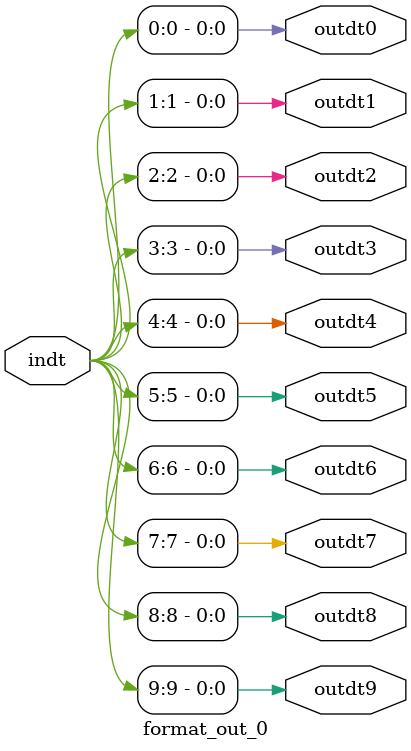
<source format=v>
module format_out_0(indt,outdt9,outdt8,outdt7,outdt6,outdt5,outdt4,outdt3,outdt2,outdt1,outdt0);
	input [31:0] indt;
	output outdt9,outdt8,outdt7,outdt6,outdt5,outdt4,outdt3,outdt2,outdt1,outdt0;
	
	assign outdt9=indt[9];
	assign outdt8=indt[8];
	assign outdt7=indt[7];
	assign outdt6=indt[6];
	assign outdt5=indt[5];
	assign outdt4=indt[4];
	assign outdt3=indt[3];
	assign outdt2=indt[2];
	assign outdt1=indt[1];
	assign outdt0=indt[0];
	
endmodule
</source>
